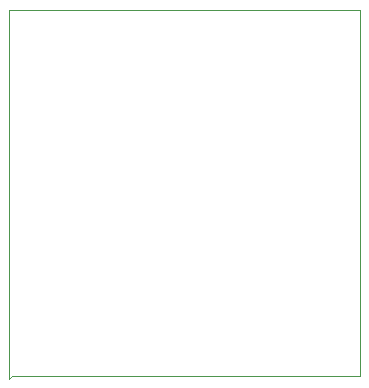
<source format=gbr>
G04*
G04 #@! TF.GenerationSoftware,Altium Limited,Altium Designer,22.4.2 (48)*
G04*
G04 Layer_Color=0*
%FSLAX25Y25*%
%MOIN*%
G70*
G04*
G04 #@! TF.SameCoordinates,A7B2FA79-C280-4DBA-8CE8-1A1C5EA3F58B*
G04*
G04*
G04 #@! TF.FilePolarity,Positive*
G04*
G01*
G75*
%ADD36C,0.00100*%
D36*
X0Y0D02*
X-117126D01*
Y-123031D01*
X-116142Y-122047D01*
X0D01*
Y0D01*
M02*

</source>
